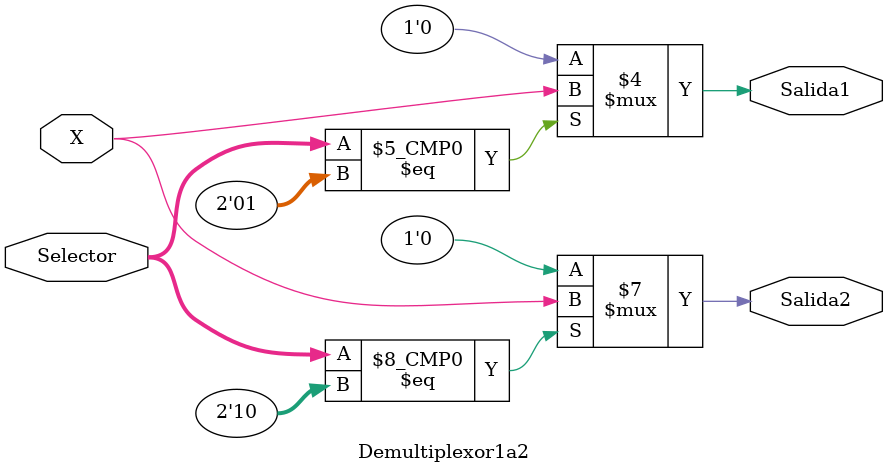
<source format=v>
/*
				**** DEMULTIPLEXOR 1 A 2 ****
		El presente código verilog implementa el diseño de un módulo demultiplexor 1 entrada y 2 salidas
		el módulo consta de 2 entradaa de 1 bit 1 y el Selector de 2 bits y 2 salidas de 1 bit.
		
		Se implementa lógica combinacional para la asignación de las salidas al mismo tiempo que se asigna
		un valor defecto a las salidas para evitar latches.
		
*/
// Descripción del módulo y lista de puertos
module Demultiplexor1a2(
		input X,
		input [1:0] Selector,
		output reg Salida1,
		output reg Salida2
);
// Constantes para los valores del Selector
	localparam SALIDA_1 = 2'b01;
	localparam SALIDA_2 = 2'b10;
	localparam DEFECTO = 1'b0;
	
//List sensitiva con todas las señales
	always@(*) begin
	Salida1 = DEFECTO; // Evitar latches
    Salida2 = DEFECTO;
	
		case(Selector) // Case para evaluar los valores del Selector y asignar a las salidas
			SALIDA_1 : Salida1 = X;
			SALIDA_2 : Salida2 = X;
			default: begin
				Salida1 = DEFECTO;
				Salida2 = DEFECTO;
			end
		endcase
		
	end
endmodule // Fin del módulo

</source>
